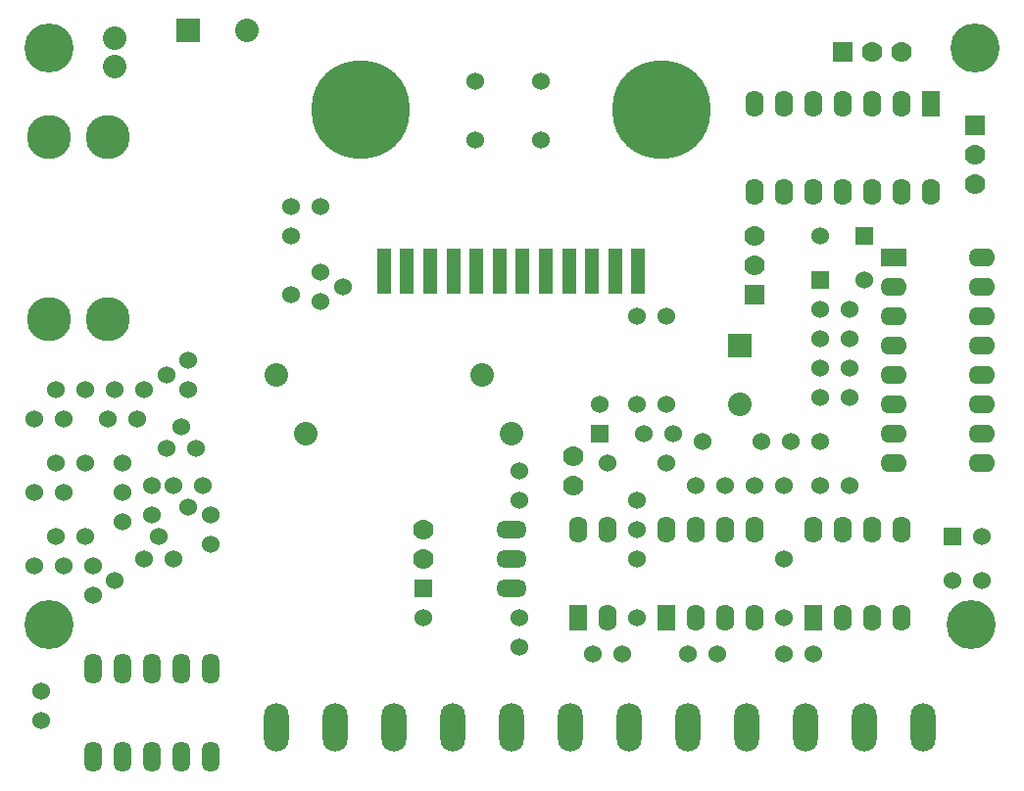
<source format=gbs>
G04 (created by PCBNEW (2013-jul-07)-stable) date Sun 11 Dec 2016 08:13:46 PM CST*
%MOIN*%
G04 Gerber Fmt 3.4, Leading zero omitted, Abs format*
%FSLAX34Y34*%
G01*
G70*
G90*
G04 APERTURE LIST*
%ADD10C,0.00590551*%
%ADD11R,0.06X0.06*%
%ADD12C,0.06*%
%ADD13C,0.08*%
%ADD14O,0.104X0.06*%
%ADD15C,0.07*%
%ADD16O,0.06X0.104*%
%ADD17R,0.07X0.07*%
%ADD18C,0.15*%
%ADD19R,0.062X0.09*%
%ADD20O,0.062X0.09*%
%ADD21R,0.09X0.062*%
%ADD22O,0.09X0.062*%
%ADD23O,0.085X0.165*%
%ADD24R,0.08X0.08*%
%ADD25C,0.167*%
%ADD26R,0.0492126X0.15748*%
%ADD27C,0.334646*%
G04 APERTURE END LIST*
G54D10*
G54D11*
X98000Y-60000D03*
G54D12*
X99000Y-60000D03*
G54D11*
X80000Y-61750D03*
G54D12*
X80000Y-62750D03*
G54D11*
X86000Y-56500D03*
G54D12*
X86000Y-55500D03*
G54D13*
X69500Y-44000D03*
X69500Y-43015D03*
G54D12*
X94500Y-52250D03*
X94500Y-53250D03*
X93500Y-52250D03*
X93500Y-53250D03*
X98000Y-61500D03*
X99000Y-61500D03*
X92250Y-64000D03*
X93250Y-64000D03*
X90000Y-64000D03*
X89000Y-64000D03*
X86750Y-64000D03*
X85750Y-64000D03*
X83250Y-57750D03*
X83250Y-58750D03*
X87250Y-58750D03*
X87250Y-59750D03*
X94500Y-58250D03*
X93500Y-58250D03*
X89250Y-58250D03*
X90250Y-58250D03*
X88500Y-56500D03*
X87500Y-56500D03*
X75500Y-48750D03*
X76500Y-48750D03*
X67000Y-66250D03*
X67000Y-65250D03*
X70500Y-55000D03*
X69500Y-55000D03*
X72750Y-60250D03*
X72750Y-59250D03*
X70750Y-59250D03*
X70750Y-58250D03*
X68500Y-57500D03*
X67500Y-57500D03*
X68500Y-55000D03*
X67500Y-55000D03*
X68500Y-60000D03*
X67500Y-60000D03*
G54D14*
X83000Y-61750D03*
X83000Y-59750D03*
X83000Y-60750D03*
G54D12*
X83250Y-62750D03*
X83250Y-63750D03*
G54D15*
X80000Y-60750D03*
X80000Y-59750D03*
G54D16*
X68750Y-67500D03*
X69750Y-67500D03*
X70750Y-67500D03*
X71750Y-67500D03*
X72750Y-67500D03*
X72750Y-64500D03*
X71750Y-64500D03*
X70750Y-64500D03*
X69750Y-64500D03*
X68750Y-64500D03*
G54D13*
X82000Y-54500D03*
X75000Y-54500D03*
X83000Y-56500D03*
X76000Y-56500D03*
G54D17*
X94250Y-43500D03*
G54D15*
X95250Y-43500D03*
X96250Y-43500D03*
G54D12*
X67750Y-61000D03*
X66750Y-61000D03*
X67750Y-56000D03*
X66750Y-56000D03*
X67750Y-58500D03*
X66750Y-58500D03*
X69250Y-56000D03*
X70250Y-56000D03*
G54D18*
X69250Y-46400D03*
X67250Y-46400D03*
X69250Y-52600D03*
X67250Y-52600D03*
G54D19*
X93250Y-62750D03*
G54D20*
X94250Y-62750D03*
X95250Y-62750D03*
X96250Y-62750D03*
X96250Y-59750D03*
X95250Y-59750D03*
X94250Y-59750D03*
X93250Y-59750D03*
G54D19*
X88250Y-62750D03*
G54D20*
X89250Y-62750D03*
X90250Y-62750D03*
X91250Y-62750D03*
X91250Y-59750D03*
X90250Y-59750D03*
X89250Y-59750D03*
X88250Y-59750D03*
G54D21*
X96000Y-50500D03*
G54D22*
X96000Y-51500D03*
X96000Y-52500D03*
X96000Y-53500D03*
X96000Y-54500D03*
X96000Y-55500D03*
X96000Y-56500D03*
X96000Y-57500D03*
X99000Y-57500D03*
X99000Y-56500D03*
X99000Y-55500D03*
X99000Y-54500D03*
X99000Y-53500D03*
X99000Y-52500D03*
X99000Y-51500D03*
X99000Y-50500D03*
G54D19*
X97250Y-45250D03*
G54D20*
X96250Y-45250D03*
X95250Y-45250D03*
X94250Y-45250D03*
X93250Y-45250D03*
X92250Y-45250D03*
X91250Y-45250D03*
X91250Y-48250D03*
X92250Y-48250D03*
X93250Y-48250D03*
X94250Y-48250D03*
X95250Y-48250D03*
X96250Y-48250D03*
X97250Y-48250D03*
G54D23*
X87000Y-66500D03*
X89000Y-66500D03*
X91000Y-66500D03*
X93000Y-66500D03*
X95000Y-66500D03*
X97000Y-66500D03*
G54D24*
X90750Y-53500D03*
G54D13*
X90750Y-55500D03*
G54D24*
X72000Y-42750D03*
G54D13*
X74000Y-42750D03*
G54D12*
X89500Y-56750D03*
X91500Y-56750D03*
X92250Y-60750D03*
X92250Y-62750D03*
X87250Y-60750D03*
X87250Y-62750D03*
X75500Y-51750D03*
X75500Y-49750D03*
X84000Y-46500D03*
X84000Y-44500D03*
X81750Y-46500D03*
X81750Y-44500D03*
X88250Y-57500D03*
X86250Y-57500D03*
X94500Y-54250D03*
X94500Y-55250D03*
X92250Y-58250D03*
X91250Y-58250D03*
X93500Y-54250D03*
X93500Y-55250D03*
X92500Y-56750D03*
X93500Y-56750D03*
X72000Y-55000D03*
X71250Y-54500D03*
X72000Y-54000D03*
X68750Y-61000D03*
X69500Y-61500D03*
X68750Y-62000D03*
X70500Y-60750D03*
X71000Y-60000D03*
X71500Y-60750D03*
X76500Y-51000D03*
X77250Y-51500D03*
X76500Y-52000D03*
X71250Y-57000D03*
X71750Y-56250D03*
X72250Y-57000D03*
G54D23*
X75000Y-66500D03*
X77000Y-66500D03*
X79000Y-66500D03*
X81000Y-66500D03*
X83000Y-66500D03*
X85000Y-66500D03*
G54D25*
X67250Y-43375D03*
X98750Y-43375D03*
G54D26*
X78642Y-50964D03*
X79429Y-50964D03*
X80217Y-50964D03*
X81004Y-50964D03*
X81791Y-50964D03*
X82579Y-50964D03*
X83365Y-50964D03*
X84153Y-50964D03*
X84940Y-50964D03*
X85727Y-50964D03*
X86515Y-50964D03*
X87302Y-50964D03*
G54D27*
X77854Y-45472D03*
X88090Y-45472D03*
G54D25*
X67250Y-63000D03*
X98625Y-63000D03*
G54D19*
X85250Y-62750D03*
G54D20*
X86250Y-62750D03*
X86250Y-59750D03*
X85250Y-59750D03*
G54D12*
X69750Y-59500D03*
X69750Y-58500D03*
X69750Y-57500D03*
X87250Y-52500D03*
X87250Y-55500D03*
X88250Y-55500D03*
X88250Y-52500D03*
G54D11*
X95000Y-49750D03*
G54D12*
X95000Y-51250D03*
G54D11*
X93500Y-51250D03*
G54D12*
X93500Y-49750D03*
G54D17*
X98750Y-46000D03*
G54D15*
X98750Y-47000D03*
X98750Y-48000D03*
G54D17*
X91250Y-51750D03*
G54D15*
X91250Y-50750D03*
X91250Y-49750D03*
G54D12*
X71500Y-58250D03*
X72000Y-59000D03*
X72500Y-58250D03*
G54D15*
X85100Y-57250D03*
X85100Y-58250D03*
M02*

</source>
